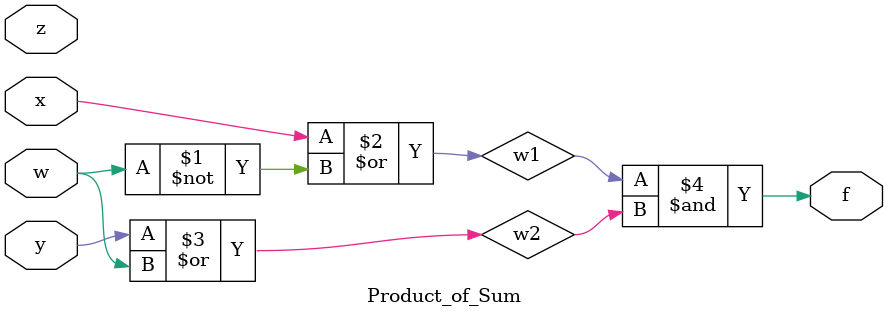
<source format=v>
module Product_of_Sum(
    input x,
    input y,
    input z,
    input w,
    output f
    );
	 wire w1 = x|(~w);
	 wire w2 = y|w;
	 assign f = w1&w2;
endmodule

</source>
